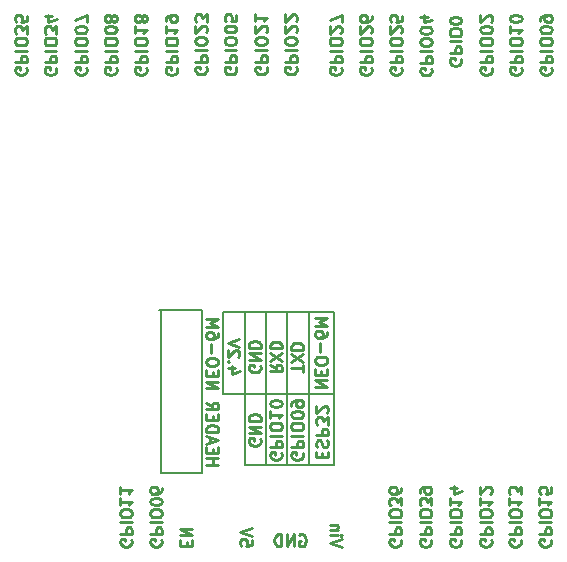
<source format=gbo>
G04 #@! TF.GenerationSoftware,KiCad,Pcbnew,no-vcs-found-23a23d3~58~ubuntu16.04.1*
G04 #@! TF.CreationDate,2017-03-20T15:48:47+07:00*
G04 #@! TF.ProjectId,esp32-cellular-shield,65737033322D63656C6C756C61722D73,rev?*
G04 #@! TF.FileFunction,Legend,Bot*
G04 #@! TF.FilePolarity,Positive*
%FSLAX46Y46*%
G04 Gerber Fmt 4.6, Leading zero omitted, Abs format (unit mm)*
G04 Created by KiCad (PCBNEW no-vcs-found-23a23d3~58~ubuntu16.04.1) date Mon Mar 20 15:48:47 2017*
%MOMM*%
%LPD*%
G01*
G04 APERTURE LIST*
%ADD10C,0.100000*%
%ADD11C,0.250000*%
%ADD12C,0.200000*%
G04 APERTURE END LIST*
D10*
D11*
X155197619Y-99923809D02*
X154197619Y-99590476D01*
X155197619Y-99257142D01*
X154197619Y-98923809D02*
X154864285Y-98923809D01*
X155197619Y-98923809D02*
X155150000Y-98971428D01*
X155102380Y-98923809D01*
X155150000Y-98876190D01*
X155197619Y-98923809D01*
X155102380Y-98923809D01*
X154864285Y-98447619D02*
X154197619Y-98447619D01*
X154769047Y-98447619D02*
X154816666Y-98400000D01*
X154864285Y-98304761D01*
X154864285Y-98161904D01*
X154816666Y-98066666D01*
X154721428Y-98019047D01*
X154197619Y-98019047D01*
X151611904Y-98900000D02*
X151707142Y-98852380D01*
X151850000Y-98852380D01*
X151992857Y-98900000D01*
X152088095Y-98995238D01*
X152135714Y-99090476D01*
X152183333Y-99280952D01*
X152183333Y-99423809D01*
X152135714Y-99614285D01*
X152088095Y-99709523D01*
X151992857Y-99804761D01*
X151850000Y-99852380D01*
X151754761Y-99852380D01*
X151611904Y-99804761D01*
X151564285Y-99757142D01*
X151564285Y-99423809D01*
X151754761Y-99423809D01*
X151135714Y-99852380D02*
X151135714Y-98852380D01*
X150564285Y-99852380D01*
X150564285Y-98852380D01*
X150088095Y-99852380D02*
X150088095Y-98852380D01*
X149850000Y-98852380D01*
X149707142Y-98900000D01*
X149611904Y-98995238D01*
X149564285Y-99090476D01*
X149516666Y-99280952D01*
X149516666Y-99423809D01*
X149564285Y-99614285D01*
X149611904Y-99709523D01*
X149707142Y-99804761D01*
X149850000Y-99852380D01*
X150088095Y-99852380D01*
X147597619Y-99290476D02*
X147597619Y-99766666D01*
X147121428Y-99814285D01*
X147169047Y-99766666D01*
X147216666Y-99671428D01*
X147216666Y-99433333D01*
X147169047Y-99338095D01*
X147121428Y-99290476D01*
X147026190Y-99242857D01*
X146788095Y-99242857D01*
X146692857Y-99290476D01*
X146645238Y-99338095D01*
X146597619Y-99433333D01*
X146597619Y-99671428D01*
X146645238Y-99766666D01*
X146692857Y-99814285D01*
X147597619Y-98957142D02*
X146597619Y-98623809D01*
X147597619Y-98290476D01*
X142071428Y-99838095D02*
X142071428Y-99504761D01*
X141547619Y-99361904D02*
X141547619Y-99838095D01*
X142547619Y-99838095D01*
X142547619Y-99361904D01*
X141547619Y-98933333D02*
X142547619Y-98933333D01*
X141547619Y-98361904D01*
X142547619Y-98361904D01*
X139950000Y-99302380D02*
X139997619Y-99397619D01*
X139997619Y-99540476D01*
X139950000Y-99683333D01*
X139854761Y-99778571D01*
X139759523Y-99826190D01*
X139569047Y-99873809D01*
X139426190Y-99873809D01*
X139235714Y-99826190D01*
X139140476Y-99778571D01*
X139045238Y-99683333D01*
X138997619Y-99540476D01*
X138997619Y-99445238D01*
X139045238Y-99302380D01*
X139092857Y-99254761D01*
X139426190Y-99254761D01*
X139426190Y-99445238D01*
X138997619Y-98826190D02*
X139997619Y-98826190D01*
X139997619Y-98445238D01*
X139950000Y-98350000D01*
X139902380Y-98302380D01*
X139807142Y-98254761D01*
X139664285Y-98254761D01*
X139569047Y-98302380D01*
X139521428Y-98350000D01*
X139473809Y-98445238D01*
X139473809Y-98826190D01*
X138997619Y-97826190D02*
X139997619Y-97826190D01*
X139997619Y-97159523D02*
X139997619Y-96969047D01*
X139950000Y-96873809D01*
X139854761Y-96778571D01*
X139664285Y-96730952D01*
X139330952Y-96730952D01*
X139140476Y-96778571D01*
X139045238Y-96873809D01*
X138997619Y-96969047D01*
X138997619Y-97159523D01*
X139045238Y-97254761D01*
X139140476Y-97350000D01*
X139330952Y-97397619D01*
X139664285Y-97397619D01*
X139854761Y-97350000D01*
X139950000Y-97254761D01*
X139997619Y-97159523D01*
X139997619Y-96111904D02*
X139997619Y-96016666D01*
X139950000Y-95921428D01*
X139902380Y-95873809D01*
X139807142Y-95826190D01*
X139616666Y-95778571D01*
X139378571Y-95778571D01*
X139188095Y-95826190D01*
X139092857Y-95873809D01*
X139045238Y-95921428D01*
X138997619Y-96016666D01*
X138997619Y-96111904D01*
X139045238Y-96207142D01*
X139092857Y-96254761D01*
X139188095Y-96302380D01*
X139378571Y-96350000D01*
X139616666Y-96350000D01*
X139807142Y-96302380D01*
X139902380Y-96254761D01*
X139950000Y-96207142D01*
X139997619Y-96111904D01*
X139997619Y-94921428D02*
X139997619Y-95111904D01*
X139950000Y-95207142D01*
X139902380Y-95254761D01*
X139759523Y-95350000D01*
X139569047Y-95397619D01*
X139188095Y-95397619D01*
X139092857Y-95350000D01*
X139045238Y-95302380D01*
X138997619Y-95207142D01*
X138997619Y-95016666D01*
X139045238Y-94921428D01*
X139092857Y-94873809D01*
X139188095Y-94826190D01*
X139426190Y-94826190D01*
X139521428Y-94873809D01*
X139569047Y-94921428D01*
X139616666Y-95016666D01*
X139616666Y-95207142D01*
X139569047Y-95302380D01*
X139521428Y-95350000D01*
X139426190Y-95397619D01*
X137400000Y-99302380D02*
X137447619Y-99397619D01*
X137447619Y-99540476D01*
X137400000Y-99683333D01*
X137304761Y-99778571D01*
X137209523Y-99826190D01*
X137019047Y-99873809D01*
X136876190Y-99873809D01*
X136685714Y-99826190D01*
X136590476Y-99778571D01*
X136495238Y-99683333D01*
X136447619Y-99540476D01*
X136447619Y-99445238D01*
X136495238Y-99302380D01*
X136542857Y-99254761D01*
X136876190Y-99254761D01*
X136876190Y-99445238D01*
X136447619Y-98826190D02*
X137447619Y-98826190D01*
X137447619Y-98445238D01*
X137400000Y-98350000D01*
X137352380Y-98302380D01*
X137257142Y-98254761D01*
X137114285Y-98254761D01*
X137019047Y-98302380D01*
X136971428Y-98350000D01*
X136923809Y-98445238D01*
X136923809Y-98826190D01*
X136447619Y-97826190D02*
X137447619Y-97826190D01*
X137447619Y-97159523D02*
X137447619Y-96969047D01*
X137400000Y-96873809D01*
X137304761Y-96778571D01*
X137114285Y-96730952D01*
X136780952Y-96730952D01*
X136590476Y-96778571D01*
X136495238Y-96873809D01*
X136447619Y-96969047D01*
X136447619Y-97159523D01*
X136495238Y-97254761D01*
X136590476Y-97350000D01*
X136780952Y-97397619D01*
X137114285Y-97397619D01*
X137304761Y-97350000D01*
X137400000Y-97254761D01*
X137447619Y-97159523D01*
X136447619Y-95778571D02*
X136447619Y-96350000D01*
X136447619Y-96064285D02*
X137447619Y-96064285D01*
X137304761Y-96159523D01*
X137209523Y-96254761D01*
X137161904Y-96350000D01*
X136447619Y-94826190D02*
X136447619Y-95397619D01*
X136447619Y-95111904D02*
X137447619Y-95111904D01*
X137304761Y-95207142D01*
X137209523Y-95302380D01*
X137161904Y-95397619D01*
X160200000Y-99302380D02*
X160247619Y-99397619D01*
X160247619Y-99540476D01*
X160200000Y-99683333D01*
X160104761Y-99778571D01*
X160009523Y-99826190D01*
X159819047Y-99873809D01*
X159676190Y-99873809D01*
X159485714Y-99826190D01*
X159390476Y-99778571D01*
X159295238Y-99683333D01*
X159247619Y-99540476D01*
X159247619Y-99445238D01*
X159295238Y-99302380D01*
X159342857Y-99254761D01*
X159676190Y-99254761D01*
X159676190Y-99445238D01*
X159247619Y-98826190D02*
X160247619Y-98826190D01*
X160247619Y-98445238D01*
X160200000Y-98350000D01*
X160152380Y-98302380D01*
X160057142Y-98254761D01*
X159914285Y-98254761D01*
X159819047Y-98302380D01*
X159771428Y-98350000D01*
X159723809Y-98445238D01*
X159723809Y-98826190D01*
X159247619Y-97826190D02*
X160247619Y-97826190D01*
X160247619Y-97159523D02*
X160247619Y-96969047D01*
X160200000Y-96873809D01*
X160104761Y-96778571D01*
X159914285Y-96730952D01*
X159580952Y-96730952D01*
X159390476Y-96778571D01*
X159295238Y-96873809D01*
X159247619Y-96969047D01*
X159247619Y-97159523D01*
X159295238Y-97254761D01*
X159390476Y-97350000D01*
X159580952Y-97397619D01*
X159914285Y-97397619D01*
X160104761Y-97350000D01*
X160200000Y-97254761D01*
X160247619Y-97159523D01*
X160247619Y-96397619D02*
X160247619Y-95778571D01*
X159866666Y-96111904D01*
X159866666Y-95969047D01*
X159819047Y-95873809D01*
X159771428Y-95826190D01*
X159676190Y-95778571D01*
X159438095Y-95778571D01*
X159342857Y-95826190D01*
X159295238Y-95873809D01*
X159247619Y-95969047D01*
X159247619Y-96254761D01*
X159295238Y-96350000D01*
X159342857Y-96397619D01*
X160247619Y-94921428D02*
X160247619Y-95111904D01*
X160200000Y-95207142D01*
X160152380Y-95254761D01*
X160009523Y-95350000D01*
X159819047Y-95397619D01*
X159438095Y-95397619D01*
X159342857Y-95350000D01*
X159295238Y-95302380D01*
X159247619Y-95207142D01*
X159247619Y-95016666D01*
X159295238Y-94921428D01*
X159342857Y-94873809D01*
X159438095Y-94826190D01*
X159676190Y-94826190D01*
X159771428Y-94873809D01*
X159819047Y-94921428D01*
X159866666Y-95016666D01*
X159866666Y-95207142D01*
X159819047Y-95302380D01*
X159771428Y-95350000D01*
X159676190Y-95397619D01*
X162750000Y-99302380D02*
X162797619Y-99397619D01*
X162797619Y-99540476D01*
X162750000Y-99683333D01*
X162654761Y-99778571D01*
X162559523Y-99826190D01*
X162369047Y-99873809D01*
X162226190Y-99873809D01*
X162035714Y-99826190D01*
X161940476Y-99778571D01*
X161845238Y-99683333D01*
X161797619Y-99540476D01*
X161797619Y-99445238D01*
X161845238Y-99302380D01*
X161892857Y-99254761D01*
X162226190Y-99254761D01*
X162226190Y-99445238D01*
X161797619Y-98826190D02*
X162797619Y-98826190D01*
X162797619Y-98445238D01*
X162750000Y-98350000D01*
X162702380Y-98302380D01*
X162607142Y-98254761D01*
X162464285Y-98254761D01*
X162369047Y-98302380D01*
X162321428Y-98350000D01*
X162273809Y-98445238D01*
X162273809Y-98826190D01*
X161797619Y-97826190D02*
X162797619Y-97826190D01*
X162797619Y-97159523D02*
X162797619Y-96969047D01*
X162750000Y-96873809D01*
X162654761Y-96778571D01*
X162464285Y-96730952D01*
X162130952Y-96730952D01*
X161940476Y-96778571D01*
X161845238Y-96873809D01*
X161797619Y-96969047D01*
X161797619Y-97159523D01*
X161845238Y-97254761D01*
X161940476Y-97350000D01*
X162130952Y-97397619D01*
X162464285Y-97397619D01*
X162654761Y-97350000D01*
X162750000Y-97254761D01*
X162797619Y-97159523D01*
X162797619Y-96397619D02*
X162797619Y-95778571D01*
X162416666Y-96111904D01*
X162416666Y-95969047D01*
X162369047Y-95873809D01*
X162321428Y-95826190D01*
X162226190Y-95778571D01*
X161988095Y-95778571D01*
X161892857Y-95826190D01*
X161845238Y-95873809D01*
X161797619Y-95969047D01*
X161797619Y-96254761D01*
X161845238Y-96350000D01*
X161892857Y-96397619D01*
X161797619Y-95302380D02*
X161797619Y-95111904D01*
X161845238Y-95016666D01*
X161892857Y-94969047D01*
X162035714Y-94873809D01*
X162226190Y-94826190D01*
X162607142Y-94826190D01*
X162702380Y-94873809D01*
X162750000Y-94921428D01*
X162797619Y-95016666D01*
X162797619Y-95207142D01*
X162750000Y-95302380D01*
X162702380Y-95350000D01*
X162607142Y-95397619D01*
X162369047Y-95397619D01*
X162273809Y-95350000D01*
X162226190Y-95302380D01*
X162178571Y-95207142D01*
X162178571Y-95016666D01*
X162226190Y-94921428D01*
X162273809Y-94873809D01*
X162369047Y-94826190D01*
X165300000Y-99302380D02*
X165347619Y-99397619D01*
X165347619Y-99540476D01*
X165300000Y-99683333D01*
X165204761Y-99778571D01*
X165109523Y-99826190D01*
X164919047Y-99873809D01*
X164776190Y-99873809D01*
X164585714Y-99826190D01*
X164490476Y-99778571D01*
X164395238Y-99683333D01*
X164347619Y-99540476D01*
X164347619Y-99445238D01*
X164395238Y-99302380D01*
X164442857Y-99254761D01*
X164776190Y-99254761D01*
X164776190Y-99445238D01*
X164347619Y-98826190D02*
X165347619Y-98826190D01*
X165347619Y-98445238D01*
X165300000Y-98350000D01*
X165252380Y-98302380D01*
X165157142Y-98254761D01*
X165014285Y-98254761D01*
X164919047Y-98302380D01*
X164871428Y-98350000D01*
X164823809Y-98445238D01*
X164823809Y-98826190D01*
X164347619Y-97826190D02*
X165347619Y-97826190D01*
X165347619Y-97159523D02*
X165347619Y-96969047D01*
X165300000Y-96873809D01*
X165204761Y-96778571D01*
X165014285Y-96730952D01*
X164680952Y-96730952D01*
X164490476Y-96778571D01*
X164395238Y-96873809D01*
X164347619Y-96969047D01*
X164347619Y-97159523D01*
X164395238Y-97254761D01*
X164490476Y-97350000D01*
X164680952Y-97397619D01*
X165014285Y-97397619D01*
X165204761Y-97350000D01*
X165300000Y-97254761D01*
X165347619Y-97159523D01*
X164347619Y-95778571D02*
X164347619Y-96350000D01*
X164347619Y-96064285D02*
X165347619Y-96064285D01*
X165204761Y-96159523D01*
X165109523Y-96254761D01*
X165061904Y-96350000D01*
X165014285Y-94921428D02*
X164347619Y-94921428D01*
X165395238Y-95159523D02*
X164680952Y-95397619D01*
X164680952Y-94778571D01*
X167850000Y-99302380D02*
X167897619Y-99397619D01*
X167897619Y-99540476D01*
X167850000Y-99683333D01*
X167754761Y-99778571D01*
X167659523Y-99826190D01*
X167469047Y-99873809D01*
X167326190Y-99873809D01*
X167135714Y-99826190D01*
X167040476Y-99778571D01*
X166945238Y-99683333D01*
X166897619Y-99540476D01*
X166897619Y-99445238D01*
X166945238Y-99302380D01*
X166992857Y-99254761D01*
X167326190Y-99254761D01*
X167326190Y-99445238D01*
X166897619Y-98826190D02*
X167897619Y-98826190D01*
X167897619Y-98445238D01*
X167850000Y-98350000D01*
X167802380Y-98302380D01*
X167707142Y-98254761D01*
X167564285Y-98254761D01*
X167469047Y-98302380D01*
X167421428Y-98350000D01*
X167373809Y-98445238D01*
X167373809Y-98826190D01*
X166897619Y-97826190D02*
X167897619Y-97826190D01*
X167897619Y-97159523D02*
X167897619Y-96969047D01*
X167850000Y-96873809D01*
X167754761Y-96778571D01*
X167564285Y-96730952D01*
X167230952Y-96730952D01*
X167040476Y-96778571D01*
X166945238Y-96873809D01*
X166897619Y-96969047D01*
X166897619Y-97159523D01*
X166945238Y-97254761D01*
X167040476Y-97350000D01*
X167230952Y-97397619D01*
X167564285Y-97397619D01*
X167754761Y-97350000D01*
X167850000Y-97254761D01*
X167897619Y-97159523D01*
X166897619Y-95778571D02*
X166897619Y-96350000D01*
X166897619Y-96064285D02*
X167897619Y-96064285D01*
X167754761Y-96159523D01*
X167659523Y-96254761D01*
X167611904Y-96350000D01*
X167802380Y-95397619D02*
X167850000Y-95350000D01*
X167897619Y-95254761D01*
X167897619Y-95016666D01*
X167850000Y-94921428D01*
X167802380Y-94873809D01*
X167707142Y-94826190D01*
X167611904Y-94826190D01*
X167469047Y-94873809D01*
X166897619Y-95445238D01*
X166897619Y-94826190D01*
X170350000Y-99302380D02*
X170397619Y-99397619D01*
X170397619Y-99540476D01*
X170350000Y-99683333D01*
X170254761Y-99778571D01*
X170159523Y-99826190D01*
X169969047Y-99873809D01*
X169826190Y-99873809D01*
X169635714Y-99826190D01*
X169540476Y-99778571D01*
X169445238Y-99683333D01*
X169397619Y-99540476D01*
X169397619Y-99445238D01*
X169445238Y-99302380D01*
X169492857Y-99254761D01*
X169826190Y-99254761D01*
X169826190Y-99445238D01*
X169397619Y-98826190D02*
X170397619Y-98826190D01*
X170397619Y-98445238D01*
X170350000Y-98350000D01*
X170302380Y-98302380D01*
X170207142Y-98254761D01*
X170064285Y-98254761D01*
X169969047Y-98302380D01*
X169921428Y-98350000D01*
X169873809Y-98445238D01*
X169873809Y-98826190D01*
X169397619Y-97826190D02*
X170397619Y-97826190D01*
X170397619Y-97159523D02*
X170397619Y-96969047D01*
X170350000Y-96873809D01*
X170254761Y-96778571D01*
X170064285Y-96730952D01*
X169730952Y-96730952D01*
X169540476Y-96778571D01*
X169445238Y-96873809D01*
X169397619Y-96969047D01*
X169397619Y-97159523D01*
X169445238Y-97254761D01*
X169540476Y-97350000D01*
X169730952Y-97397619D01*
X170064285Y-97397619D01*
X170254761Y-97350000D01*
X170350000Y-97254761D01*
X170397619Y-97159523D01*
X169397619Y-95778571D02*
X169397619Y-96350000D01*
X169397619Y-96064285D02*
X170397619Y-96064285D01*
X170254761Y-96159523D01*
X170159523Y-96254761D01*
X170111904Y-96350000D01*
X170397619Y-95445238D02*
X170397619Y-94826190D01*
X170016666Y-95159523D01*
X170016666Y-95016666D01*
X169969047Y-94921428D01*
X169921428Y-94873809D01*
X169826190Y-94826190D01*
X169588095Y-94826190D01*
X169492857Y-94873809D01*
X169445238Y-94921428D01*
X169397619Y-95016666D01*
X169397619Y-95302380D01*
X169445238Y-95397619D01*
X169492857Y-95445238D01*
X172900000Y-99302380D02*
X172947619Y-99397619D01*
X172947619Y-99540476D01*
X172900000Y-99683333D01*
X172804761Y-99778571D01*
X172709523Y-99826190D01*
X172519047Y-99873809D01*
X172376190Y-99873809D01*
X172185714Y-99826190D01*
X172090476Y-99778571D01*
X171995238Y-99683333D01*
X171947619Y-99540476D01*
X171947619Y-99445238D01*
X171995238Y-99302380D01*
X172042857Y-99254761D01*
X172376190Y-99254761D01*
X172376190Y-99445238D01*
X171947619Y-98826190D02*
X172947619Y-98826190D01*
X172947619Y-98445238D01*
X172900000Y-98350000D01*
X172852380Y-98302380D01*
X172757142Y-98254761D01*
X172614285Y-98254761D01*
X172519047Y-98302380D01*
X172471428Y-98350000D01*
X172423809Y-98445238D01*
X172423809Y-98826190D01*
X171947619Y-97826190D02*
X172947619Y-97826190D01*
X172947619Y-97159523D02*
X172947619Y-96969047D01*
X172900000Y-96873809D01*
X172804761Y-96778571D01*
X172614285Y-96730952D01*
X172280952Y-96730952D01*
X172090476Y-96778571D01*
X171995238Y-96873809D01*
X171947619Y-96969047D01*
X171947619Y-97159523D01*
X171995238Y-97254761D01*
X172090476Y-97350000D01*
X172280952Y-97397619D01*
X172614285Y-97397619D01*
X172804761Y-97350000D01*
X172900000Y-97254761D01*
X172947619Y-97159523D01*
X171947619Y-95778571D02*
X171947619Y-96350000D01*
X171947619Y-96064285D02*
X172947619Y-96064285D01*
X172804761Y-96159523D01*
X172709523Y-96254761D01*
X172661904Y-96350000D01*
X172947619Y-94873809D02*
X172947619Y-95350000D01*
X172471428Y-95397619D01*
X172519047Y-95350000D01*
X172566666Y-95254761D01*
X172566666Y-95016666D01*
X172519047Y-94921428D01*
X172471428Y-94873809D01*
X172376190Y-94826190D01*
X172138095Y-94826190D01*
X172042857Y-94873809D01*
X171995238Y-94921428D01*
X171947619Y-95016666D01*
X171947619Y-95254761D01*
X171995238Y-95350000D01*
X172042857Y-95397619D01*
X128500000Y-59352380D02*
X128547619Y-59447619D01*
X128547619Y-59590476D01*
X128500000Y-59733333D01*
X128404761Y-59828571D01*
X128309523Y-59876190D01*
X128119047Y-59923809D01*
X127976190Y-59923809D01*
X127785714Y-59876190D01*
X127690476Y-59828571D01*
X127595238Y-59733333D01*
X127547619Y-59590476D01*
X127547619Y-59495238D01*
X127595238Y-59352380D01*
X127642857Y-59304761D01*
X127976190Y-59304761D01*
X127976190Y-59495238D01*
X127547619Y-58876190D02*
X128547619Y-58876190D01*
X128547619Y-58495238D01*
X128500000Y-58400000D01*
X128452380Y-58352380D01*
X128357142Y-58304761D01*
X128214285Y-58304761D01*
X128119047Y-58352380D01*
X128071428Y-58400000D01*
X128023809Y-58495238D01*
X128023809Y-58876190D01*
X127547619Y-57876190D02*
X128547619Y-57876190D01*
X128547619Y-57209523D02*
X128547619Y-57019047D01*
X128500000Y-56923809D01*
X128404761Y-56828571D01*
X128214285Y-56780952D01*
X127880952Y-56780952D01*
X127690476Y-56828571D01*
X127595238Y-56923809D01*
X127547619Y-57019047D01*
X127547619Y-57209523D01*
X127595238Y-57304761D01*
X127690476Y-57400000D01*
X127880952Y-57447619D01*
X128214285Y-57447619D01*
X128404761Y-57400000D01*
X128500000Y-57304761D01*
X128547619Y-57209523D01*
X128547619Y-56447619D02*
X128547619Y-55828571D01*
X128166666Y-56161904D01*
X128166666Y-56019047D01*
X128119047Y-55923809D01*
X128071428Y-55876190D01*
X127976190Y-55828571D01*
X127738095Y-55828571D01*
X127642857Y-55876190D01*
X127595238Y-55923809D01*
X127547619Y-56019047D01*
X127547619Y-56304761D01*
X127595238Y-56400000D01*
X127642857Y-56447619D01*
X128547619Y-54923809D02*
X128547619Y-55400000D01*
X128071428Y-55447619D01*
X128119047Y-55400000D01*
X128166666Y-55304761D01*
X128166666Y-55066666D01*
X128119047Y-54971428D01*
X128071428Y-54923809D01*
X127976190Y-54876190D01*
X127738095Y-54876190D01*
X127642857Y-54923809D01*
X127595238Y-54971428D01*
X127547619Y-55066666D01*
X127547619Y-55304761D01*
X127595238Y-55400000D01*
X127642857Y-55447619D01*
X131000000Y-59352380D02*
X131047619Y-59447619D01*
X131047619Y-59590476D01*
X131000000Y-59733333D01*
X130904761Y-59828571D01*
X130809523Y-59876190D01*
X130619047Y-59923809D01*
X130476190Y-59923809D01*
X130285714Y-59876190D01*
X130190476Y-59828571D01*
X130095238Y-59733333D01*
X130047619Y-59590476D01*
X130047619Y-59495238D01*
X130095238Y-59352380D01*
X130142857Y-59304761D01*
X130476190Y-59304761D01*
X130476190Y-59495238D01*
X130047619Y-58876190D02*
X131047619Y-58876190D01*
X131047619Y-58495238D01*
X131000000Y-58400000D01*
X130952380Y-58352380D01*
X130857142Y-58304761D01*
X130714285Y-58304761D01*
X130619047Y-58352380D01*
X130571428Y-58400000D01*
X130523809Y-58495238D01*
X130523809Y-58876190D01*
X130047619Y-57876190D02*
X131047619Y-57876190D01*
X131047619Y-57209523D02*
X131047619Y-57019047D01*
X131000000Y-56923809D01*
X130904761Y-56828571D01*
X130714285Y-56780952D01*
X130380952Y-56780952D01*
X130190476Y-56828571D01*
X130095238Y-56923809D01*
X130047619Y-57019047D01*
X130047619Y-57209523D01*
X130095238Y-57304761D01*
X130190476Y-57400000D01*
X130380952Y-57447619D01*
X130714285Y-57447619D01*
X130904761Y-57400000D01*
X131000000Y-57304761D01*
X131047619Y-57209523D01*
X131047619Y-56447619D02*
X131047619Y-55828571D01*
X130666666Y-56161904D01*
X130666666Y-56019047D01*
X130619047Y-55923809D01*
X130571428Y-55876190D01*
X130476190Y-55828571D01*
X130238095Y-55828571D01*
X130142857Y-55876190D01*
X130095238Y-55923809D01*
X130047619Y-56019047D01*
X130047619Y-56304761D01*
X130095238Y-56400000D01*
X130142857Y-56447619D01*
X130714285Y-54971428D02*
X130047619Y-54971428D01*
X131095238Y-55209523D02*
X130380952Y-55447619D01*
X130380952Y-54828571D01*
X133600000Y-59352380D02*
X133647619Y-59447619D01*
X133647619Y-59590476D01*
X133600000Y-59733333D01*
X133504761Y-59828571D01*
X133409523Y-59876190D01*
X133219047Y-59923809D01*
X133076190Y-59923809D01*
X132885714Y-59876190D01*
X132790476Y-59828571D01*
X132695238Y-59733333D01*
X132647619Y-59590476D01*
X132647619Y-59495238D01*
X132695238Y-59352380D01*
X132742857Y-59304761D01*
X133076190Y-59304761D01*
X133076190Y-59495238D01*
X132647619Y-58876190D02*
X133647619Y-58876190D01*
X133647619Y-58495238D01*
X133600000Y-58400000D01*
X133552380Y-58352380D01*
X133457142Y-58304761D01*
X133314285Y-58304761D01*
X133219047Y-58352380D01*
X133171428Y-58400000D01*
X133123809Y-58495238D01*
X133123809Y-58876190D01*
X132647619Y-57876190D02*
X133647619Y-57876190D01*
X133647619Y-57209523D02*
X133647619Y-57019047D01*
X133600000Y-56923809D01*
X133504761Y-56828571D01*
X133314285Y-56780952D01*
X132980952Y-56780952D01*
X132790476Y-56828571D01*
X132695238Y-56923809D01*
X132647619Y-57019047D01*
X132647619Y-57209523D01*
X132695238Y-57304761D01*
X132790476Y-57400000D01*
X132980952Y-57447619D01*
X133314285Y-57447619D01*
X133504761Y-57400000D01*
X133600000Y-57304761D01*
X133647619Y-57209523D01*
X133647619Y-56161904D02*
X133647619Y-56066666D01*
X133600000Y-55971428D01*
X133552380Y-55923809D01*
X133457142Y-55876190D01*
X133266666Y-55828571D01*
X133028571Y-55828571D01*
X132838095Y-55876190D01*
X132742857Y-55923809D01*
X132695238Y-55971428D01*
X132647619Y-56066666D01*
X132647619Y-56161904D01*
X132695238Y-56257142D01*
X132742857Y-56304761D01*
X132838095Y-56352380D01*
X133028571Y-56400000D01*
X133266666Y-56400000D01*
X133457142Y-56352380D01*
X133552380Y-56304761D01*
X133600000Y-56257142D01*
X133647619Y-56161904D01*
X133647619Y-55495238D02*
X133647619Y-54828571D01*
X132647619Y-55257142D01*
X136100000Y-59352380D02*
X136147619Y-59447619D01*
X136147619Y-59590476D01*
X136100000Y-59733333D01*
X136004761Y-59828571D01*
X135909523Y-59876190D01*
X135719047Y-59923809D01*
X135576190Y-59923809D01*
X135385714Y-59876190D01*
X135290476Y-59828571D01*
X135195238Y-59733333D01*
X135147619Y-59590476D01*
X135147619Y-59495238D01*
X135195238Y-59352380D01*
X135242857Y-59304761D01*
X135576190Y-59304761D01*
X135576190Y-59495238D01*
X135147619Y-58876190D02*
X136147619Y-58876190D01*
X136147619Y-58495238D01*
X136100000Y-58400000D01*
X136052380Y-58352380D01*
X135957142Y-58304761D01*
X135814285Y-58304761D01*
X135719047Y-58352380D01*
X135671428Y-58400000D01*
X135623809Y-58495238D01*
X135623809Y-58876190D01*
X135147619Y-57876190D02*
X136147619Y-57876190D01*
X136147619Y-57209523D02*
X136147619Y-57019047D01*
X136100000Y-56923809D01*
X136004761Y-56828571D01*
X135814285Y-56780952D01*
X135480952Y-56780952D01*
X135290476Y-56828571D01*
X135195238Y-56923809D01*
X135147619Y-57019047D01*
X135147619Y-57209523D01*
X135195238Y-57304761D01*
X135290476Y-57400000D01*
X135480952Y-57447619D01*
X135814285Y-57447619D01*
X136004761Y-57400000D01*
X136100000Y-57304761D01*
X136147619Y-57209523D01*
X136147619Y-56161904D02*
X136147619Y-56066666D01*
X136100000Y-55971428D01*
X136052380Y-55923809D01*
X135957142Y-55876190D01*
X135766666Y-55828571D01*
X135528571Y-55828571D01*
X135338095Y-55876190D01*
X135242857Y-55923809D01*
X135195238Y-55971428D01*
X135147619Y-56066666D01*
X135147619Y-56161904D01*
X135195238Y-56257142D01*
X135242857Y-56304761D01*
X135338095Y-56352380D01*
X135528571Y-56400000D01*
X135766666Y-56400000D01*
X135957142Y-56352380D01*
X136052380Y-56304761D01*
X136100000Y-56257142D01*
X136147619Y-56161904D01*
X135719047Y-55257142D02*
X135766666Y-55352380D01*
X135814285Y-55400000D01*
X135909523Y-55447619D01*
X135957142Y-55447619D01*
X136052380Y-55400000D01*
X136100000Y-55352380D01*
X136147619Y-55257142D01*
X136147619Y-55066666D01*
X136100000Y-54971428D01*
X136052380Y-54923809D01*
X135957142Y-54876190D01*
X135909523Y-54876190D01*
X135814285Y-54923809D01*
X135766666Y-54971428D01*
X135719047Y-55066666D01*
X135719047Y-55257142D01*
X135671428Y-55352380D01*
X135623809Y-55400000D01*
X135528571Y-55447619D01*
X135338095Y-55447619D01*
X135242857Y-55400000D01*
X135195238Y-55352380D01*
X135147619Y-55257142D01*
X135147619Y-55066666D01*
X135195238Y-54971428D01*
X135242857Y-54923809D01*
X135338095Y-54876190D01*
X135528571Y-54876190D01*
X135623809Y-54923809D01*
X135671428Y-54971428D01*
X135719047Y-55066666D01*
X138650000Y-59352380D02*
X138697619Y-59447619D01*
X138697619Y-59590476D01*
X138650000Y-59733333D01*
X138554761Y-59828571D01*
X138459523Y-59876190D01*
X138269047Y-59923809D01*
X138126190Y-59923809D01*
X137935714Y-59876190D01*
X137840476Y-59828571D01*
X137745238Y-59733333D01*
X137697619Y-59590476D01*
X137697619Y-59495238D01*
X137745238Y-59352380D01*
X137792857Y-59304761D01*
X138126190Y-59304761D01*
X138126190Y-59495238D01*
X137697619Y-58876190D02*
X138697619Y-58876190D01*
X138697619Y-58495238D01*
X138650000Y-58400000D01*
X138602380Y-58352380D01*
X138507142Y-58304761D01*
X138364285Y-58304761D01*
X138269047Y-58352380D01*
X138221428Y-58400000D01*
X138173809Y-58495238D01*
X138173809Y-58876190D01*
X137697619Y-57876190D02*
X138697619Y-57876190D01*
X138697619Y-57209523D02*
X138697619Y-57019047D01*
X138650000Y-56923809D01*
X138554761Y-56828571D01*
X138364285Y-56780952D01*
X138030952Y-56780952D01*
X137840476Y-56828571D01*
X137745238Y-56923809D01*
X137697619Y-57019047D01*
X137697619Y-57209523D01*
X137745238Y-57304761D01*
X137840476Y-57400000D01*
X138030952Y-57447619D01*
X138364285Y-57447619D01*
X138554761Y-57400000D01*
X138650000Y-57304761D01*
X138697619Y-57209523D01*
X137697619Y-55828571D02*
X137697619Y-56400000D01*
X137697619Y-56114285D02*
X138697619Y-56114285D01*
X138554761Y-56209523D01*
X138459523Y-56304761D01*
X138411904Y-56400000D01*
X138269047Y-55257142D02*
X138316666Y-55352380D01*
X138364285Y-55400000D01*
X138459523Y-55447619D01*
X138507142Y-55447619D01*
X138602380Y-55400000D01*
X138650000Y-55352380D01*
X138697619Y-55257142D01*
X138697619Y-55066666D01*
X138650000Y-54971428D01*
X138602380Y-54923809D01*
X138507142Y-54876190D01*
X138459523Y-54876190D01*
X138364285Y-54923809D01*
X138316666Y-54971428D01*
X138269047Y-55066666D01*
X138269047Y-55257142D01*
X138221428Y-55352380D01*
X138173809Y-55400000D01*
X138078571Y-55447619D01*
X137888095Y-55447619D01*
X137792857Y-55400000D01*
X137745238Y-55352380D01*
X137697619Y-55257142D01*
X137697619Y-55066666D01*
X137745238Y-54971428D01*
X137792857Y-54923809D01*
X137888095Y-54876190D01*
X138078571Y-54876190D01*
X138173809Y-54923809D01*
X138221428Y-54971428D01*
X138269047Y-55066666D01*
X141250000Y-59352380D02*
X141297619Y-59447619D01*
X141297619Y-59590476D01*
X141250000Y-59733333D01*
X141154761Y-59828571D01*
X141059523Y-59876190D01*
X140869047Y-59923809D01*
X140726190Y-59923809D01*
X140535714Y-59876190D01*
X140440476Y-59828571D01*
X140345238Y-59733333D01*
X140297619Y-59590476D01*
X140297619Y-59495238D01*
X140345238Y-59352380D01*
X140392857Y-59304761D01*
X140726190Y-59304761D01*
X140726190Y-59495238D01*
X140297619Y-58876190D02*
X141297619Y-58876190D01*
X141297619Y-58495238D01*
X141250000Y-58400000D01*
X141202380Y-58352380D01*
X141107142Y-58304761D01*
X140964285Y-58304761D01*
X140869047Y-58352380D01*
X140821428Y-58400000D01*
X140773809Y-58495238D01*
X140773809Y-58876190D01*
X140297619Y-57876190D02*
X141297619Y-57876190D01*
X141297619Y-57209523D02*
X141297619Y-57019047D01*
X141250000Y-56923809D01*
X141154761Y-56828571D01*
X140964285Y-56780952D01*
X140630952Y-56780952D01*
X140440476Y-56828571D01*
X140345238Y-56923809D01*
X140297619Y-57019047D01*
X140297619Y-57209523D01*
X140345238Y-57304761D01*
X140440476Y-57400000D01*
X140630952Y-57447619D01*
X140964285Y-57447619D01*
X141154761Y-57400000D01*
X141250000Y-57304761D01*
X141297619Y-57209523D01*
X140297619Y-55828571D02*
X140297619Y-56400000D01*
X140297619Y-56114285D02*
X141297619Y-56114285D01*
X141154761Y-56209523D01*
X141059523Y-56304761D01*
X141011904Y-56400000D01*
X140297619Y-55352380D02*
X140297619Y-55161904D01*
X140345238Y-55066666D01*
X140392857Y-55019047D01*
X140535714Y-54923809D01*
X140726190Y-54876190D01*
X141107142Y-54876190D01*
X141202380Y-54923809D01*
X141250000Y-54971428D01*
X141297619Y-55066666D01*
X141297619Y-55257142D01*
X141250000Y-55352380D01*
X141202380Y-55400000D01*
X141107142Y-55447619D01*
X140869047Y-55447619D01*
X140773809Y-55400000D01*
X140726190Y-55352380D01*
X140678571Y-55257142D01*
X140678571Y-55066666D01*
X140726190Y-54971428D01*
X140773809Y-54923809D01*
X140869047Y-54876190D01*
X143750000Y-59302380D02*
X143797619Y-59397619D01*
X143797619Y-59540476D01*
X143750000Y-59683333D01*
X143654761Y-59778571D01*
X143559523Y-59826190D01*
X143369047Y-59873809D01*
X143226190Y-59873809D01*
X143035714Y-59826190D01*
X142940476Y-59778571D01*
X142845238Y-59683333D01*
X142797619Y-59540476D01*
X142797619Y-59445238D01*
X142845238Y-59302380D01*
X142892857Y-59254761D01*
X143226190Y-59254761D01*
X143226190Y-59445238D01*
X142797619Y-58826190D02*
X143797619Y-58826190D01*
X143797619Y-58445238D01*
X143750000Y-58350000D01*
X143702380Y-58302380D01*
X143607142Y-58254761D01*
X143464285Y-58254761D01*
X143369047Y-58302380D01*
X143321428Y-58350000D01*
X143273809Y-58445238D01*
X143273809Y-58826190D01*
X142797619Y-57826190D02*
X143797619Y-57826190D01*
X143797619Y-57159523D02*
X143797619Y-56969047D01*
X143750000Y-56873809D01*
X143654761Y-56778571D01*
X143464285Y-56730952D01*
X143130952Y-56730952D01*
X142940476Y-56778571D01*
X142845238Y-56873809D01*
X142797619Y-56969047D01*
X142797619Y-57159523D01*
X142845238Y-57254761D01*
X142940476Y-57350000D01*
X143130952Y-57397619D01*
X143464285Y-57397619D01*
X143654761Y-57350000D01*
X143750000Y-57254761D01*
X143797619Y-57159523D01*
X143702380Y-56350000D02*
X143750000Y-56302380D01*
X143797619Y-56207142D01*
X143797619Y-55969047D01*
X143750000Y-55873809D01*
X143702380Y-55826190D01*
X143607142Y-55778571D01*
X143511904Y-55778571D01*
X143369047Y-55826190D01*
X142797619Y-56397619D01*
X142797619Y-55778571D01*
X143797619Y-55445238D02*
X143797619Y-54826190D01*
X143416666Y-55159523D01*
X143416666Y-55016666D01*
X143369047Y-54921428D01*
X143321428Y-54873809D01*
X143226190Y-54826190D01*
X142988095Y-54826190D01*
X142892857Y-54873809D01*
X142845238Y-54921428D01*
X142797619Y-55016666D01*
X142797619Y-55302380D01*
X142845238Y-55397619D01*
X142892857Y-55445238D01*
X146250000Y-59302380D02*
X146297619Y-59397619D01*
X146297619Y-59540476D01*
X146250000Y-59683333D01*
X146154761Y-59778571D01*
X146059523Y-59826190D01*
X145869047Y-59873809D01*
X145726190Y-59873809D01*
X145535714Y-59826190D01*
X145440476Y-59778571D01*
X145345238Y-59683333D01*
X145297619Y-59540476D01*
X145297619Y-59445238D01*
X145345238Y-59302380D01*
X145392857Y-59254761D01*
X145726190Y-59254761D01*
X145726190Y-59445238D01*
X145297619Y-58826190D02*
X146297619Y-58826190D01*
X146297619Y-58445238D01*
X146250000Y-58350000D01*
X146202380Y-58302380D01*
X146107142Y-58254761D01*
X145964285Y-58254761D01*
X145869047Y-58302380D01*
X145821428Y-58350000D01*
X145773809Y-58445238D01*
X145773809Y-58826190D01*
X145297619Y-57826190D02*
X146297619Y-57826190D01*
X146297619Y-57159523D02*
X146297619Y-56969047D01*
X146250000Y-56873809D01*
X146154761Y-56778571D01*
X145964285Y-56730952D01*
X145630952Y-56730952D01*
X145440476Y-56778571D01*
X145345238Y-56873809D01*
X145297619Y-56969047D01*
X145297619Y-57159523D01*
X145345238Y-57254761D01*
X145440476Y-57350000D01*
X145630952Y-57397619D01*
X145964285Y-57397619D01*
X146154761Y-57350000D01*
X146250000Y-57254761D01*
X146297619Y-57159523D01*
X146297619Y-56111904D02*
X146297619Y-56016666D01*
X146250000Y-55921428D01*
X146202380Y-55873809D01*
X146107142Y-55826190D01*
X145916666Y-55778571D01*
X145678571Y-55778571D01*
X145488095Y-55826190D01*
X145392857Y-55873809D01*
X145345238Y-55921428D01*
X145297619Y-56016666D01*
X145297619Y-56111904D01*
X145345238Y-56207142D01*
X145392857Y-56254761D01*
X145488095Y-56302380D01*
X145678571Y-56350000D01*
X145916666Y-56350000D01*
X146107142Y-56302380D01*
X146202380Y-56254761D01*
X146250000Y-56207142D01*
X146297619Y-56111904D01*
X146297619Y-54873809D02*
X146297619Y-55350000D01*
X145821428Y-55397619D01*
X145869047Y-55350000D01*
X145916666Y-55254761D01*
X145916666Y-55016666D01*
X145869047Y-54921428D01*
X145821428Y-54873809D01*
X145726190Y-54826190D01*
X145488095Y-54826190D01*
X145392857Y-54873809D01*
X145345238Y-54921428D01*
X145297619Y-55016666D01*
X145297619Y-55254761D01*
X145345238Y-55350000D01*
X145392857Y-55397619D01*
X148850000Y-59302380D02*
X148897619Y-59397619D01*
X148897619Y-59540476D01*
X148850000Y-59683333D01*
X148754761Y-59778571D01*
X148659523Y-59826190D01*
X148469047Y-59873809D01*
X148326190Y-59873809D01*
X148135714Y-59826190D01*
X148040476Y-59778571D01*
X147945238Y-59683333D01*
X147897619Y-59540476D01*
X147897619Y-59445238D01*
X147945238Y-59302380D01*
X147992857Y-59254761D01*
X148326190Y-59254761D01*
X148326190Y-59445238D01*
X147897619Y-58826190D02*
X148897619Y-58826190D01*
X148897619Y-58445238D01*
X148850000Y-58350000D01*
X148802380Y-58302380D01*
X148707142Y-58254761D01*
X148564285Y-58254761D01*
X148469047Y-58302380D01*
X148421428Y-58350000D01*
X148373809Y-58445238D01*
X148373809Y-58826190D01*
X147897619Y-57826190D02*
X148897619Y-57826190D01*
X148897619Y-57159523D02*
X148897619Y-56969047D01*
X148850000Y-56873809D01*
X148754761Y-56778571D01*
X148564285Y-56730952D01*
X148230952Y-56730952D01*
X148040476Y-56778571D01*
X147945238Y-56873809D01*
X147897619Y-56969047D01*
X147897619Y-57159523D01*
X147945238Y-57254761D01*
X148040476Y-57350000D01*
X148230952Y-57397619D01*
X148564285Y-57397619D01*
X148754761Y-57350000D01*
X148850000Y-57254761D01*
X148897619Y-57159523D01*
X148802380Y-56350000D02*
X148850000Y-56302380D01*
X148897619Y-56207142D01*
X148897619Y-55969047D01*
X148850000Y-55873809D01*
X148802380Y-55826190D01*
X148707142Y-55778571D01*
X148611904Y-55778571D01*
X148469047Y-55826190D01*
X147897619Y-56397619D01*
X147897619Y-55778571D01*
X147897619Y-54826190D02*
X147897619Y-55397619D01*
X147897619Y-55111904D02*
X148897619Y-55111904D01*
X148754761Y-55207142D01*
X148659523Y-55302380D01*
X148611904Y-55397619D01*
X151350000Y-59302380D02*
X151397619Y-59397619D01*
X151397619Y-59540476D01*
X151350000Y-59683333D01*
X151254761Y-59778571D01*
X151159523Y-59826190D01*
X150969047Y-59873809D01*
X150826190Y-59873809D01*
X150635714Y-59826190D01*
X150540476Y-59778571D01*
X150445238Y-59683333D01*
X150397619Y-59540476D01*
X150397619Y-59445238D01*
X150445238Y-59302380D01*
X150492857Y-59254761D01*
X150826190Y-59254761D01*
X150826190Y-59445238D01*
X150397619Y-58826190D02*
X151397619Y-58826190D01*
X151397619Y-58445238D01*
X151350000Y-58350000D01*
X151302380Y-58302380D01*
X151207142Y-58254761D01*
X151064285Y-58254761D01*
X150969047Y-58302380D01*
X150921428Y-58350000D01*
X150873809Y-58445238D01*
X150873809Y-58826190D01*
X150397619Y-57826190D02*
X151397619Y-57826190D01*
X151397619Y-57159523D02*
X151397619Y-56969047D01*
X151350000Y-56873809D01*
X151254761Y-56778571D01*
X151064285Y-56730952D01*
X150730952Y-56730952D01*
X150540476Y-56778571D01*
X150445238Y-56873809D01*
X150397619Y-56969047D01*
X150397619Y-57159523D01*
X150445238Y-57254761D01*
X150540476Y-57350000D01*
X150730952Y-57397619D01*
X151064285Y-57397619D01*
X151254761Y-57350000D01*
X151350000Y-57254761D01*
X151397619Y-57159523D01*
X151302380Y-56350000D02*
X151350000Y-56302380D01*
X151397619Y-56207142D01*
X151397619Y-55969047D01*
X151350000Y-55873809D01*
X151302380Y-55826190D01*
X151207142Y-55778571D01*
X151111904Y-55778571D01*
X150969047Y-55826190D01*
X150397619Y-56397619D01*
X150397619Y-55778571D01*
X151302380Y-55397619D02*
X151350000Y-55350000D01*
X151397619Y-55254761D01*
X151397619Y-55016666D01*
X151350000Y-54921428D01*
X151302380Y-54873809D01*
X151207142Y-54826190D01*
X151111904Y-54826190D01*
X150969047Y-54873809D01*
X150397619Y-55445238D01*
X150397619Y-54826190D01*
X155150000Y-59352380D02*
X155197619Y-59447619D01*
X155197619Y-59590476D01*
X155150000Y-59733333D01*
X155054761Y-59828571D01*
X154959523Y-59876190D01*
X154769047Y-59923809D01*
X154626190Y-59923809D01*
X154435714Y-59876190D01*
X154340476Y-59828571D01*
X154245238Y-59733333D01*
X154197619Y-59590476D01*
X154197619Y-59495238D01*
X154245238Y-59352380D01*
X154292857Y-59304761D01*
X154626190Y-59304761D01*
X154626190Y-59495238D01*
X154197619Y-58876190D02*
X155197619Y-58876190D01*
X155197619Y-58495238D01*
X155150000Y-58400000D01*
X155102380Y-58352380D01*
X155007142Y-58304761D01*
X154864285Y-58304761D01*
X154769047Y-58352380D01*
X154721428Y-58400000D01*
X154673809Y-58495238D01*
X154673809Y-58876190D01*
X154197619Y-57876190D02*
X155197619Y-57876190D01*
X155197619Y-57209523D02*
X155197619Y-57019047D01*
X155150000Y-56923809D01*
X155054761Y-56828571D01*
X154864285Y-56780952D01*
X154530952Y-56780952D01*
X154340476Y-56828571D01*
X154245238Y-56923809D01*
X154197619Y-57019047D01*
X154197619Y-57209523D01*
X154245238Y-57304761D01*
X154340476Y-57400000D01*
X154530952Y-57447619D01*
X154864285Y-57447619D01*
X155054761Y-57400000D01*
X155150000Y-57304761D01*
X155197619Y-57209523D01*
X155102380Y-56400000D02*
X155150000Y-56352380D01*
X155197619Y-56257142D01*
X155197619Y-56019047D01*
X155150000Y-55923809D01*
X155102380Y-55876190D01*
X155007142Y-55828571D01*
X154911904Y-55828571D01*
X154769047Y-55876190D01*
X154197619Y-56447619D01*
X154197619Y-55828571D01*
X155197619Y-55495238D02*
X155197619Y-54828571D01*
X154197619Y-55257142D01*
X157700000Y-59352380D02*
X157747619Y-59447619D01*
X157747619Y-59590476D01*
X157700000Y-59733333D01*
X157604761Y-59828571D01*
X157509523Y-59876190D01*
X157319047Y-59923809D01*
X157176190Y-59923809D01*
X156985714Y-59876190D01*
X156890476Y-59828571D01*
X156795238Y-59733333D01*
X156747619Y-59590476D01*
X156747619Y-59495238D01*
X156795238Y-59352380D01*
X156842857Y-59304761D01*
X157176190Y-59304761D01*
X157176190Y-59495238D01*
X156747619Y-58876190D02*
X157747619Y-58876190D01*
X157747619Y-58495238D01*
X157700000Y-58400000D01*
X157652380Y-58352380D01*
X157557142Y-58304761D01*
X157414285Y-58304761D01*
X157319047Y-58352380D01*
X157271428Y-58400000D01*
X157223809Y-58495238D01*
X157223809Y-58876190D01*
X156747619Y-57876190D02*
X157747619Y-57876190D01*
X157747619Y-57209523D02*
X157747619Y-57019047D01*
X157700000Y-56923809D01*
X157604761Y-56828571D01*
X157414285Y-56780952D01*
X157080952Y-56780952D01*
X156890476Y-56828571D01*
X156795238Y-56923809D01*
X156747619Y-57019047D01*
X156747619Y-57209523D01*
X156795238Y-57304761D01*
X156890476Y-57400000D01*
X157080952Y-57447619D01*
X157414285Y-57447619D01*
X157604761Y-57400000D01*
X157700000Y-57304761D01*
X157747619Y-57209523D01*
X157652380Y-56400000D02*
X157700000Y-56352380D01*
X157747619Y-56257142D01*
X157747619Y-56019047D01*
X157700000Y-55923809D01*
X157652380Y-55876190D01*
X157557142Y-55828571D01*
X157461904Y-55828571D01*
X157319047Y-55876190D01*
X156747619Y-56447619D01*
X156747619Y-55828571D01*
X157747619Y-54971428D02*
X157747619Y-55161904D01*
X157700000Y-55257142D01*
X157652380Y-55304761D01*
X157509523Y-55400000D01*
X157319047Y-55447619D01*
X156938095Y-55447619D01*
X156842857Y-55400000D01*
X156795238Y-55352380D01*
X156747619Y-55257142D01*
X156747619Y-55066666D01*
X156795238Y-54971428D01*
X156842857Y-54923809D01*
X156938095Y-54876190D01*
X157176190Y-54876190D01*
X157271428Y-54923809D01*
X157319047Y-54971428D01*
X157366666Y-55066666D01*
X157366666Y-55257142D01*
X157319047Y-55352380D01*
X157271428Y-55400000D01*
X157176190Y-55447619D01*
X160250000Y-59352380D02*
X160297619Y-59447619D01*
X160297619Y-59590476D01*
X160250000Y-59733333D01*
X160154761Y-59828571D01*
X160059523Y-59876190D01*
X159869047Y-59923809D01*
X159726190Y-59923809D01*
X159535714Y-59876190D01*
X159440476Y-59828571D01*
X159345238Y-59733333D01*
X159297619Y-59590476D01*
X159297619Y-59495238D01*
X159345238Y-59352380D01*
X159392857Y-59304761D01*
X159726190Y-59304761D01*
X159726190Y-59495238D01*
X159297619Y-58876190D02*
X160297619Y-58876190D01*
X160297619Y-58495238D01*
X160250000Y-58400000D01*
X160202380Y-58352380D01*
X160107142Y-58304761D01*
X159964285Y-58304761D01*
X159869047Y-58352380D01*
X159821428Y-58400000D01*
X159773809Y-58495238D01*
X159773809Y-58876190D01*
X159297619Y-57876190D02*
X160297619Y-57876190D01*
X160297619Y-57209523D02*
X160297619Y-57019047D01*
X160250000Y-56923809D01*
X160154761Y-56828571D01*
X159964285Y-56780952D01*
X159630952Y-56780952D01*
X159440476Y-56828571D01*
X159345238Y-56923809D01*
X159297619Y-57019047D01*
X159297619Y-57209523D01*
X159345238Y-57304761D01*
X159440476Y-57400000D01*
X159630952Y-57447619D01*
X159964285Y-57447619D01*
X160154761Y-57400000D01*
X160250000Y-57304761D01*
X160297619Y-57209523D01*
X160202380Y-56400000D02*
X160250000Y-56352380D01*
X160297619Y-56257142D01*
X160297619Y-56019047D01*
X160250000Y-55923809D01*
X160202380Y-55876190D01*
X160107142Y-55828571D01*
X160011904Y-55828571D01*
X159869047Y-55876190D01*
X159297619Y-56447619D01*
X159297619Y-55828571D01*
X160297619Y-54923809D02*
X160297619Y-55400000D01*
X159821428Y-55447619D01*
X159869047Y-55400000D01*
X159916666Y-55304761D01*
X159916666Y-55066666D01*
X159869047Y-54971428D01*
X159821428Y-54923809D01*
X159726190Y-54876190D01*
X159488095Y-54876190D01*
X159392857Y-54923809D01*
X159345238Y-54971428D01*
X159297619Y-55066666D01*
X159297619Y-55304761D01*
X159345238Y-55400000D01*
X159392857Y-55447619D01*
X162800000Y-59402380D02*
X162847619Y-59497619D01*
X162847619Y-59640476D01*
X162800000Y-59783333D01*
X162704761Y-59878571D01*
X162609523Y-59926190D01*
X162419047Y-59973809D01*
X162276190Y-59973809D01*
X162085714Y-59926190D01*
X161990476Y-59878571D01*
X161895238Y-59783333D01*
X161847619Y-59640476D01*
X161847619Y-59545238D01*
X161895238Y-59402380D01*
X161942857Y-59354761D01*
X162276190Y-59354761D01*
X162276190Y-59545238D01*
X161847619Y-58926190D02*
X162847619Y-58926190D01*
X162847619Y-58545238D01*
X162800000Y-58450000D01*
X162752380Y-58402380D01*
X162657142Y-58354761D01*
X162514285Y-58354761D01*
X162419047Y-58402380D01*
X162371428Y-58450000D01*
X162323809Y-58545238D01*
X162323809Y-58926190D01*
X161847619Y-57926190D02*
X162847619Y-57926190D01*
X162847619Y-57259523D02*
X162847619Y-57069047D01*
X162800000Y-56973809D01*
X162704761Y-56878571D01*
X162514285Y-56830952D01*
X162180952Y-56830952D01*
X161990476Y-56878571D01*
X161895238Y-56973809D01*
X161847619Y-57069047D01*
X161847619Y-57259523D01*
X161895238Y-57354761D01*
X161990476Y-57450000D01*
X162180952Y-57497619D01*
X162514285Y-57497619D01*
X162704761Y-57450000D01*
X162800000Y-57354761D01*
X162847619Y-57259523D01*
X162847619Y-56211904D02*
X162847619Y-56116666D01*
X162800000Y-56021428D01*
X162752380Y-55973809D01*
X162657142Y-55926190D01*
X162466666Y-55878571D01*
X162228571Y-55878571D01*
X162038095Y-55926190D01*
X161942857Y-55973809D01*
X161895238Y-56021428D01*
X161847619Y-56116666D01*
X161847619Y-56211904D01*
X161895238Y-56307142D01*
X161942857Y-56354761D01*
X162038095Y-56402380D01*
X162228571Y-56450000D01*
X162466666Y-56450000D01*
X162657142Y-56402380D01*
X162752380Y-56354761D01*
X162800000Y-56307142D01*
X162847619Y-56211904D01*
X162514285Y-55021428D02*
X161847619Y-55021428D01*
X162895238Y-55259523D02*
X162180952Y-55497619D01*
X162180952Y-54878571D01*
X165300000Y-58576190D02*
X165347619Y-58671428D01*
X165347619Y-58814285D01*
X165300000Y-58957142D01*
X165204761Y-59052380D01*
X165109523Y-59100000D01*
X164919047Y-59147619D01*
X164776190Y-59147619D01*
X164585714Y-59100000D01*
X164490476Y-59052380D01*
X164395238Y-58957142D01*
X164347619Y-58814285D01*
X164347619Y-58719047D01*
X164395238Y-58576190D01*
X164442857Y-58528571D01*
X164776190Y-58528571D01*
X164776190Y-58719047D01*
X164347619Y-58100000D02*
X165347619Y-58100000D01*
X165347619Y-57719047D01*
X165300000Y-57623809D01*
X165252380Y-57576190D01*
X165157142Y-57528571D01*
X165014285Y-57528571D01*
X164919047Y-57576190D01*
X164871428Y-57623809D01*
X164823809Y-57719047D01*
X164823809Y-58100000D01*
X164347619Y-57100000D02*
X165347619Y-57100000D01*
X165347619Y-56433333D02*
X165347619Y-56242857D01*
X165300000Y-56147619D01*
X165204761Y-56052380D01*
X165014285Y-56004761D01*
X164680952Y-56004761D01*
X164490476Y-56052380D01*
X164395238Y-56147619D01*
X164347619Y-56242857D01*
X164347619Y-56433333D01*
X164395238Y-56528571D01*
X164490476Y-56623809D01*
X164680952Y-56671428D01*
X165014285Y-56671428D01*
X165204761Y-56623809D01*
X165300000Y-56528571D01*
X165347619Y-56433333D01*
X165347619Y-55385714D02*
X165347619Y-55290476D01*
X165300000Y-55195238D01*
X165252380Y-55147619D01*
X165157142Y-55100000D01*
X164966666Y-55052380D01*
X164728571Y-55052380D01*
X164538095Y-55100000D01*
X164442857Y-55147619D01*
X164395238Y-55195238D01*
X164347619Y-55290476D01*
X164347619Y-55385714D01*
X164395238Y-55480952D01*
X164442857Y-55528571D01*
X164538095Y-55576190D01*
X164728571Y-55623809D01*
X164966666Y-55623809D01*
X165157142Y-55576190D01*
X165252380Y-55528571D01*
X165300000Y-55480952D01*
X165347619Y-55385714D01*
X167900000Y-59352380D02*
X167947619Y-59447619D01*
X167947619Y-59590476D01*
X167900000Y-59733333D01*
X167804761Y-59828571D01*
X167709523Y-59876190D01*
X167519047Y-59923809D01*
X167376190Y-59923809D01*
X167185714Y-59876190D01*
X167090476Y-59828571D01*
X166995238Y-59733333D01*
X166947619Y-59590476D01*
X166947619Y-59495238D01*
X166995238Y-59352380D01*
X167042857Y-59304761D01*
X167376190Y-59304761D01*
X167376190Y-59495238D01*
X166947619Y-58876190D02*
X167947619Y-58876190D01*
X167947619Y-58495238D01*
X167900000Y-58400000D01*
X167852380Y-58352380D01*
X167757142Y-58304761D01*
X167614285Y-58304761D01*
X167519047Y-58352380D01*
X167471428Y-58400000D01*
X167423809Y-58495238D01*
X167423809Y-58876190D01*
X166947619Y-57876190D02*
X167947619Y-57876190D01*
X167947619Y-57209523D02*
X167947619Y-57019047D01*
X167900000Y-56923809D01*
X167804761Y-56828571D01*
X167614285Y-56780952D01*
X167280952Y-56780952D01*
X167090476Y-56828571D01*
X166995238Y-56923809D01*
X166947619Y-57019047D01*
X166947619Y-57209523D01*
X166995238Y-57304761D01*
X167090476Y-57400000D01*
X167280952Y-57447619D01*
X167614285Y-57447619D01*
X167804761Y-57400000D01*
X167900000Y-57304761D01*
X167947619Y-57209523D01*
X167947619Y-56161904D02*
X167947619Y-56066666D01*
X167900000Y-55971428D01*
X167852380Y-55923809D01*
X167757142Y-55876190D01*
X167566666Y-55828571D01*
X167328571Y-55828571D01*
X167138095Y-55876190D01*
X167042857Y-55923809D01*
X166995238Y-55971428D01*
X166947619Y-56066666D01*
X166947619Y-56161904D01*
X166995238Y-56257142D01*
X167042857Y-56304761D01*
X167138095Y-56352380D01*
X167328571Y-56400000D01*
X167566666Y-56400000D01*
X167757142Y-56352380D01*
X167852380Y-56304761D01*
X167900000Y-56257142D01*
X167947619Y-56161904D01*
X167852380Y-55447619D02*
X167900000Y-55400000D01*
X167947619Y-55304761D01*
X167947619Y-55066666D01*
X167900000Y-54971428D01*
X167852380Y-54923809D01*
X167757142Y-54876190D01*
X167661904Y-54876190D01*
X167519047Y-54923809D01*
X166947619Y-55495238D01*
X166947619Y-54876190D01*
X170400000Y-59352380D02*
X170447619Y-59447619D01*
X170447619Y-59590476D01*
X170400000Y-59733333D01*
X170304761Y-59828571D01*
X170209523Y-59876190D01*
X170019047Y-59923809D01*
X169876190Y-59923809D01*
X169685714Y-59876190D01*
X169590476Y-59828571D01*
X169495238Y-59733333D01*
X169447619Y-59590476D01*
X169447619Y-59495238D01*
X169495238Y-59352380D01*
X169542857Y-59304761D01*
X169876190Y-59304761D01*
X169876190Y-59495238D01*
X169447619Y-58876190D02*
X170447619Y-58876190D01*
X170447619Y-58495238D01*
X170400000Y-58400000D01*
X170352380Y-58352380D01*
X170257142Y-58304761D01*
X170114285Y-58304761D01*
X170019047Y-58352380D01*
X169971428Y-58400000D01*
X169923809Y-58495238D01*
X169923809Y-58876190D01*
X169447619Y-57876190D02*
X170447619Y-57876190D01*
X170447619Y-57209523D02*
X170447619Y-57019047D01*
X170400000Y-56923809D01*
X170304761Y-56828571D01*
X170114285Y-56780952D01*
X169780952Y-56780952D01*
X169590476Y-56828571D01*
X169495238Y-56923809D01*
X169447619Y-57019047D01*
X169447619Y-57209523D01*
X169495238Y-57304761D01*
X169590476Y-57400000D01*
X169780952Y-57447619D01*
X170114285Y-57447619D01*
X170304761Y-57400000D01*
X170400000Y-57304761D01*
X170447619Y-57209523D01*
X169447619Y-55828571D02*
X169447619Y-56400000D01*
X169447619Y-56114285D02*
X170447619Y-56114285D01*
X170304761Y-56209523D01*
X170209523Y-56304761D01*
X170161904Y-56400000D01*
X170447619Y-55209523D02*
X170447619Y-55114285D01*
X170400000Y-55019047D01*
X170352380Y-54971428D01*
X170257142Y-54923809D01*
X170066666Y-54876190D01*
X169828571Y-54876190D01*
X169638095Y-54923809D01*
X169542857Y-54971428D01*
X169495238Y-55019047D01*
X169447619Y-55114285D01*
X169447619Y-55209523D01*
X169495238Y-55304761D01*
X169542857Y-55352380D01*
X169638095Y-55400000D01*
X169828571Y-55447619D01*
X170066666Y-55447619D01*
X170257142Y-55400000D01*
X170352380Y-55352380D01*
X170400000Y-55304761D01*
X170447619Y-55209523D01*
X172950000Y-59352380D02*
X172997619Y-59447619D01*
X172997619Y-59590476D01*
X172950000Y-59733333D01*
X172854761Y-59828571D01*
X172759523Y-59876190D01*
X172569047Y-59923809D01*
X172426190Y-59923809D01*
X172235714Y-59876190D01*
X172140476Y-59828571D01*
X172045238Y-59733333D01*
X171997619Y-59590476D01*
X171997619Y-59495238D01*
X172045238Y-59352380D01*
X172092857Y-59304761D01*
X172426190Y-59304761D01*
X172426190Y-59495238D01*
X171997619Y-58876190D02*
X172997619Y-58876190D01*
X172997619Y-58495238D01*
X172950000Y-58400000D01*
X172902380Y-58352380D01*
X172807142Y-58304761D01*
X172664285Y-58304761D01*
X172569047Y-58352380D01*
X172521428Y-58400000D01*
X172473809Y-58495238D01*
X172473809Y-58876190D01*
X171997619Y-57876190D02*
X172997619Y-57876190D01*
X172997619Y-57209523D02*
X172997619Y-57019047D01*
X172950000Y-56923809D01*
X172854761Y-56828571D01*
X172664285Y-56780952D01*
X172330952Y-56780952D01*
X172140476Y-56828571D01*
X172045238Y-56923809D01*
X171997619Y-57019047D01*
X171997619Y-57209523D01*
X172045238Y-57304761D01*
X172140476Y-57400000D01*
X172330952Y-57447619D01*
X172664285Y-57447619D01*
X172854761Y-57400000D01*
X172950000Y-57304761D01*
X172997619Y-57209523D01*
X172997619Y-56161904D02*
X172997619Y-56066666D01*
X172950000Y-55971428D01*
X172902380Y-55923809D01*
X172807142Y-55876190D01*
X172616666Y-55828571D01*
X172378571Y-55828571D01*
X172188095Y-55876190D01*
X172092857Y-55923809D01*
X172045238Y-55971428D01*
X171997619Y-56066666D01*
X171997619Y-56161904D01*
X172045238Y-56257142D01*
X172092857Y-56304761D01*
X172188095Y-56352380D01*
X172378571Y-56400000D01*
X172616666Y-56400000D01*
X172807142Y-56352380D01*
X172902380Y-56304761D01*
X172950000Y-56257142D01*
X172997619Y-56161904D01*
X171997619Y-55352380D02*
X171997619Y-55161904D01*
X172045238Y-55066666D01*
X172092857Y-55019047D01*
X172235714Y-54923809D01*
X172426190Y-54876190D01*
X172807142Y-54876190D01*
X172902380Y-54923809D01*
X172950000Y-54971428D01*
X172997619Y-55066666D01*
X172997619Y-55257142D01*
X172950000Y-55352380D01*
X172902380Y-55400000D01*
X172807142Y-55447619D01*
X172569047Y-55447619D01*
X172473809Y-55400000D01*
X172426190Y-55352380D01*
X172378571Y-55257142D01*
X172378571Y-55066666D01*
X172426190Y-54971428D01*
X172473809Y-54923809D01*
X172569047Y-54876190D01*
D12*
X145200000Y-80000000D02*
X145200000Y-80000000D01*
X145200000Y-87000000D02*
X145200000Y-80000000D01*
X147000000Y-87000000D02*
X147000000Y-87000000D01*
X147000000Y-93000000D02*
X147000000Y-87000000D01*
X145200000Y-87000000D02*
X145200000Y-87000000D01*
X147000000Y-87000000D02*
X145200000Y-87000000D01*
X147000000Y-80000000D02*
X147000000Y-87000000D01*
X145200000Y-80000000D02*
X147000000Y-80000000D01*
X145200000Y-87000000D02*
X145200000Y-87000000D01*
X147000000Y-87000000D02*
X152400000Y-87000000D01*
X150600000Y-93000000D02*
X150600000Y-93000000D01*
X152400000Y-93000000D02*
X150600000Y-93000000D01*
X152400000Y-80000000D02*
X152400000Y-93000000D01*
X150600000Y-80000000D02*
X152400000Y-80000000D01*
X148800000Y-93000000D02*
X148800000Y-93000000D01*
X150600000Y-93000000D02*
X148800000Y-93000000D01*
X150600000Y-80000000D02*
X150600000Y-93000000D01*
X148800000Y-80000000D02*
X150600000Y-80000000D01*
X154600000Y-93000000D02*
X154600000Y-93000000D01*
X148800000Y-93000000D02*
X147000000Y-93000000D01*
X148800000Y-80000000D02*
X148800000Y-93000000D01*
X147000000Y-80000000D02*
X148800000Y-80000000D01*
X154600000Y-87000000D02*
X154600000Y-87000000D01*
X152400000Y-87000000D02*
X154600000Y-87000000D01*
X152400000Y-80000000D02*
X152400000Y-80000000D01*
X154600000Y-80000000D02*
X152400000Y-80000000D01*
X154600000Y-93000000D02*
X154600000Y-80000000D01*
X152400000Y-93000000D02*
X154600000Y-93000000D01*
X152400000Y-80000000D02*
X152400000Y-93000000D01*
D11*
X148300000Y-90761904D02*
X148347619Y-90857142D01*
X148347619Y-91000000D01*
X148300000Y-91142857D01*
X148204761Y-91238095D01*
X148109523Y-91285714D01*
X147919047Y-91333333D01*
X147776190Y-91333333D01*
X147585714Y-91285714D01*
X147490476Y-91238095D01*
X147395238Y-91142857D01*
X147347619Y-91000000D01*
X147347619Y-90904761D01*
X147395238Y-90761904D01*
X147442857Y-90714285D01*
X147776190Y-90714285D01*
X147776190Y-90904761D01*
X147347619Y-90285714D02*
X148347619Y-90285714D01*
X147347619Y-89714285D01*
X148347619Y-89714285D01*
X147347619Y-89238095D02*
X148347619Y-89238095D01*
X148347619Y-89000000D01*
X148300000Y-88857142D01*
X148204761Y-88761904D01*
X148109523Y-88714285D01*
X147919047Y-88666666D01*
X147776190Y-88666666D01*
X147585714Y-88714285D01*
X147490476Y-88761904D01*
X147395238Y-88857142D01*
X147347619Y-89000000D01*
X147347619Y-89238095D01*
X146214285Y-84752380D02*
X145547619Y-84752380D01*
X146595238Y-84990476D02*
X145880952Y-85228571D01*
X145880952Y-84609523D01*
X145642857Y-84228571D02*
X145595238Y-84180952D01*
X145547619Y-84228571D01*
X145595238Y-84276190D01*
X145642857Y-84228571D01*
X145547619Y-84228571D01*
X146452380Y-83800000D02*
X146500000Y-83752380D01*
X146547619Y-83657142D01*
X146547619Y-83419047D01*
X146500000Y-83323809D01*
X146452380Y-83276190D01*
X146357142Y-83228571D01*
X146261904Y-83228571D01*
X146119047Y-83276190D01*
X145547619Y-83847619D01*
X145547619Y-83228571D01*
X146547619Y-82942857D02*
X145547619Y-82609523D01*
X146547619Y-82276190D01*
X148300000Y-84561904D02*
X148347619Y-84657142D01*
X148347619Y-84800000D01*
X148300000Y-84942857D01*
X148204761Y-85038095D01*
X148109523Y-85085714D01*
X147919047Y-85133333D01*
X147776190Y-85133333D01*
X147585714Y-85085714D01*
X147490476Y-85038095D01*
X147395238Y-84942857D01*
X147347619Y-84800000D01*
X147347619Y-84704761D01*
X147395238Y-84561904D01*
X147442857Y-84514285D01*
X147776190Y-84514285D01*
X147776190Y-84704761D01*
X147347619Y-84085714D02*
X148347619Y-84085714D01*
X147347619Y-83514285D01*
X148347619Y-83514285D01*
X147347619Y-83038095D02*
X148347619Y-83038095D01*
X148347619Y-82800000D01*
X148300000Y-82657142D01*
X148204761Y-82561904D01*
X148109523Y-82514285D01*
X147919047Y-82466666D01*
X147776190Y-82466666D01*
X147585714Y-82514285D01*
X147490476Y-82561904D01*
X147395238Y-82657142D01*
X147347619Y-82800000D01*
X147347619Y-83038095D01*
X150100000Y-91952380D02*
X150147619Y-92047619D01*
X150147619Y-92190476D01*
X150100000Y-92333333D01*
X150004761Y-92428571D01*
X149909523Y-92476190D01*
X149719047Y-92523809D01*
X149576190Y-92523809D01*
X149385714Y-92476190D01*
X149290476Y-92428571D01*
X149195238Y-92333333D01*
X149147619Y-92190476D01*
X149147619Y-92095238D01*
X149195238Y-91952380D01*
X149242857Y-91904761D01*
X149576190Y-91904761D01*
X149576190Y-92095238D01*
X149147619Y-91476190D02*
X150147619Y-91476190D01*
X150147619Y-91095238D01*
X150100000Y-91000000D01*
X150052380Y-90952380D01*
X149957142Y-90904761D01*
X149814285Y-90904761D01*
X149719047Y-90952380D01*
X149671428Y-91000000D01*
X149623809Y-91095238D01*
X149623809Y-91476190D01*
X149147619Y-90476190D02*
X150147619Y-90476190D01*
X150147619Y-89809523D02*
X150147619Y-89619047D01*
X150100000Y-89523809D01*
X150004761Y-89428571D01*
X149814285Y-89380952D01*
X149480952Y-89380952D01*
X149290476Y-89428571D01*
X149195238Y-89523809D01*
X149147619Y-89619047D01*
X149147619Y-89809523D01*
X149195238Y-89904761D01*
X149290476Y-90000000D01*
X149480952Y-90047619D01*
X149814285Y-90047619D01*
X150004761Y-90000000D01*
X150100000Y-89904761D01*
X150147619Y-89809523D01*
X149147619Y-88428571D02*
X149147619Y-89000000D01*
X149147619Y-88714285D02*
X150147619Y-88714285D01*
X150004761Y-88809523D01*
X149909523Y-88904761D01*
X149861904Y-89000000D01*
X150147619Y-87809523D02*
X150147619Y-87714285D01*
X150100000Y-87619047D01*
X150052380Y-87571428D01*
X149957142Y-87523809D01*
X149766666Y-87476190D01*
X149528571Y-87476190D01*
X149338095Y-87523809D01*
X149242857Y-87571428D01*
X149195238Y-87619047D01*
X149147619Y-87714285D01*
X149147619Y-87809523D01*
X149195238Y-87904761D01*
X149242857Y-87952380D01*
X149338095Y-88000000D01*
X149528571Y-88047619D01*
X149766666Y-88047619D01*
X149957142Y-88000000D01*
X150052380Y-87952380D01*
X150100000Y-87904761D01*
X150147619Y-87809523D01*
X151900000Y-91952380D02*
X151947619Y-92047619D01*
X151947619Y-92190476D01*
X151900000Y-92333333D01*
X151804761Y-92428571D01*
X151709523Y-92476190D01*
X151519047Y-92523809D01*
X151376190Y-92523809D01*
X151185714Y-92476190D01*
X151090476Y-92428571D01*
X150995238Y-92333333D01*
X150947619Y-92190476D01*
X150947619Y-92095238D01*
X150995238Y-91952380D01*
X151042857Y-91904761D01*
X151376190Y-91904761D01*
X151376190Y-92095238D01*
X150947619Y-91476190D02*
X151947619Y-91476190D01*
X151947619Y-91095238D01*
X151900000Y-91000000D01*
X151852380Y-90952380D01*
X151757142Y-90904761D01*
X151614285Y-90904761D01*
X151519047Y-90952380D01*
X151471428Y-91000000D01*
X151423809Y-91095238D01*
X151423809Y-91476190D01*
X150947619Y-90476190D02*
X151947619Y-90476190D01*
X151947619Y-89809523D02*
X151947619Y-89619047D01*
X151900000Y-89523809D01*
X151804761Y-89428571D01*
X151614285Y-89380952D01*
X151280952Y-89380952D01*
X151090476Y-89428571D01*
X150995238Y-89523809D01*
X150947619Y-89619047D01*
X150947619Y-89809523D01*
X150995238Y-89904761D01*
X151090476Y-90000000D01*
X151280952Y-90047619D01*
X151614285Y-90047619D01*
X151804761Y-90000000D01*
X151900000Y-89904761D01*
X151947619Y-89809523D01*
X151947619Y-88761904D02*
X151947619Y-88666666D01*
X151900000Y-88571428D01*
X151852380Y-88523809D01*
X151757142Y-88476190D01*
X151566666Y-88428571D01*
X151328571Y-88428571D01*
X151138095Y-88476190D01*
X151042857Y-88523809D01*
X150995238Y-88571428D01*
X150947619Y-88666666D01*
X150947619Y-88761904D01*
X150995238Y-88857142D01*
X151042857Y-88904761D01*
X151138095Y-88952380D01*
X151328571Y-89000000D01*
X151566666Y-89000000D01*
X151757142Y-88952380D01*
X151852380Y-88904761D01*
X151900000Y-88857142D01*
X151947619Y-88761904D01*
X150947619Y-87952380D02*
X150947619Y-87761904D01*
X150995238Y-87666666D01*
X151042857Y-87619047D01*
X151185714Y-87523809D01*
X151376190Y-87476190D01*
X151757142Y-87476190D01*
X151852380Y-87523809D01*
X151900000Y-87571428D01*
X151947619Y-87666666D01*
X151947619Y-87857142D01*
X151900000Y-87952380D01*
X151852380Y-88000000D01*
X151757142Y-88047619D01*
X151519047Y-88047619D01*
X151423809Y-88000000D01*
X151376190Y-87952380D01*
X151328571Y-87857142D01*
X151328571Y-87666666D01*
X151376190Y-87571428D01*
X151423809Y-87523809D01*
X151519047Y-87476190D01*
X149147619Y-84466666D02*
X149623809Y-84800000D01*
X149147619Y-85038095D02*
X150147619Y-85038095D01*
X150147619Y-84657142D01*
X150100000Y-84561904D01*
X150052380Y-84514285D01*
X149957142Y-84466666D01*
X149814285Y-84466666D01*
X149719047Y-84514285D01*
X149671428Y-84561904D01*
X149623809Y-84657142D01*
X149623809Y-85038095D01*
X150147619Y-84133333D02*
X149147619Y-83466666D01*
X150147619Y-83466666D02*
X149147619Y-84133333D01*
X149147619Y-83085714D02*
X150147619Y-83085714D01*
X150147619Y-82847619D01*
X150100000Y-82704761D01*
X150004761Y-82609523D01*
X149909523Y-82561904D01*
X149719047Y-82514285D01*
X149576190Y-82514285D01*
X149385714Y-82561904D01*
X149290476Y-82609523D01*
X149195238Y-82704761D01*
X149147619Y-82847619D01*
X149147619Y-83085714D01*
X151947619Y-85061904D02*
X151947619Y-84490476D01*
X150947619Y-84776190D02*
X151947619Y-84776190D01*
X151947619Y-84252380D02*
X150947619Y-83585714D01*
X151947619Y-83585714D02*
X150947619Y-84252380D01*
X150947619Y-83204761D02*
X151947619Y-83204761D01*
X151947619Y-82966666D01*
X151900000Y-82823809D01*
X151804761Y-82728571D01*
X151709523Y-82680952D01*
X151519047Y-82633333D01*
X151376190Y-82633333D01*
X151185714Y-82680952D01*
X151090476Y-82728571D01*
X150995238Y-82823809D01*
X150947619Y-82966666D01*
X150947619Y-83204761D01*
X153571428Y-92317857D02*
X153571428Y-91984523D01*
X153047619Y-91841666D02*
X153047619Y-92317857D01*
X154047619Y-92317857D01*
X154047619Y-91841666D01*
X153095238Y-91460714D02*
X153047619Y-91317857D01*
X153047619Y-91079761D01*
X153095238Y-90984523D01*
X153142857Y-90936904D01*
X153238095Y-90889285D01*
X153333333Y-90889285D01*
X153428571Y-90936904D01*
X153476190Y-90984523D01*
X153523809Y-91079761D01*
X153571428Y-91270238D01*
X153619047Y-91365476D01*
X153666666Y-91413095D01*
X153761904Y-91460714D01*
X153857142Y-91460714D01*
X153952380Y-91413095D01*
X154000000Y-91365476D01*
X154047619Y-91270238D01*
X154047619Y-91032142D01*
X154000000Y-90889285D01*
X153047619Y-90460714D02*
X154047619Y-90460714D01*
X154047619Y-90079761D01*
X154000000Y-89984523D01*
X153952380Y-89936904D01*
X153857142Y-89889285D01*
X153714285Y-89889285D01*
X153619047Y-89936904D01*
X153571428Y-89984523D01*
X153523809Y-90079761D01*
X153523809Y-90460714D01*
X154047619Y-89555952D02*
X154047619Y-88936904D01*
X153666666Y-89270238D01*
X153666666Y-89127380D01*
X153619047Y-89032142D01*
X153571428Y-88984523D01*
X153476190Y-88936904D01*
X153238095Y-88936904D01*
X153142857Y-88984523D01*
X153095238Y-89032142D01*
X153047619Y-89127380D01*
X153047619Y-89413095D01*
X153095238Y-89508333D01*
X153142857Y-89555952D01*
X153952380Y-88555952D02*
X154000000Y-88508333D01*
X154047619Y-88413095D01*
X154047619Y-88175000D01*
X154000000Y-88079761D01*
X153952380Y-88032142D01*
X153857142Y-87984523D01*
X153761904Y-87984523D01*
X153619047Y-88032142D01*
X153047619Y-88603571D01*
X153047619Y-87984523D01*
X152972619Y-86378571D02*
X153972619Y-86378571D01*
X152972619Y-85807142D01*
X153972619Y-85807142D01*
X153496428Y-85330952D02*
X153496428Y-84997619D01*
X152972619Y-84854761D02*
X152972619Y-85330952D01*
X153972619Y-85330952D01*
X153972619Y-84854761D01*
X153972619Y-84235714D02*
X153972619Y-84045238D01*
X153925000Y-83950000D01*
X153829761Y-83854761D01*
X153639285Y-83807142D01*
X153305952Y-83807142D01*
X153115476Y-83854761D01*
X153020238Y-83950000D01*
X152972619Y-84045238D01*
X152972619Y-84235714D01*
X153020238Y-84330952D01*
X153115476Y-84426190D01*
X153305952Y-84473809D01*
X153639285Y-84473809D01*
X153829761Y-84426190D01*
X153925000Y-84330952D01*
X153972619Y-84235714D01*
X153353571Y-83378571D02*
X153353571Y-82616666D01*
X153972619Y-81711904D02*
X153972619Y-81902380D01*
X153925000Y-81997619D01*
X153877380Y-82045238D01*
X153734523Y-82140476D01*
X153544047Y-82188095D01*
X153163095Y-82188095D01*
X153067857Y-82140476D01*
X153020238Y-82092857D01*
X152972619Y-81997619D01*
X152972619Y-81807142D01*
X153020238Y-81711904D01*
X153067857Y-81664285D01*
X153163095Y-81616666D01*
X153401190Y-81616666D01*
X153496428Y-81664285D01*
X153544047Y-81711904D01*
X153591666Y-81807142D01*
X153591666Y-81997619D01*
X153544047Y-82092857D01*
X153496428Y-82140476D01*
X153401190Y-82188095D01*
X152972619Y-81188095D02*
X153972619Y-81188095D01*
X153258333Y-80854761D01*
X153972619Y-80521428D01*
X152972619Y-80521428D01*
X143747619Y-92966666D02*
X144747619Y-92966666D01*
X144271428Y-92966666D02*
X144271428Y-92395238D01*
X143747619Y-92395238D02*
X144747619Y-92395238D01*
X144271428Y-91919047D02*
X144271428Y-91585714D01*
X143747619Y-91442857D02*
X143747619Y-91919047D01*
X144747619Y-91919047D01*
X144747619Y-91442857D01*
X144033333Y-91061904D02*
X144033333Y-90585714D01*
X143747619Y-91157142D02*
X144747619Y-90823809D01*
X143747619Y-90490476D01*
X143747619Y-90157142D02*
X144747619Y-90157142D01*
X144747619Y-89919047D01*
X144700000Y-89776190D01*
X144604761Y-89680952D01*
X144509523Y-89633333D01*
X144319047Y-89585714D01*
X144176190Y-89585714D01*
X143985714Y-89633333D01*
X143890476Y-89680952D01*
X143795238Y-89776190D01*
X143747619Y-89919047D01*
X143747619Y-90157142D01*
X144271428Y-89157142D02*
X144271428Y-88823809D01*
X143747619Y-88680952D02*
X143747619Y-89157142D01*
X144747619Y-89157142D01*
X144747619Y-88680952D01*
X143747619Y-87680952D02*
X144223809Y-88014285D01*
X143747619Y-88252380D02*
X144747619Y-88252380D01*
X144747619Y-87871428D01*
X144700000Y-87776190D01*
X144652380Y-87728571D01*
X144557142Y-87680952D01*
X144414285Y-87680952D01*
X144319047Y-87728571D01*
X144271428Y-87776190D01*
X144223809Y-87871428D01*
X144223809Y-88252380D01*
X143747619Y-86490476D02*
X144747619Y-86490476D01*
X143747619Y-85919047D01*
X144747619Y-85919047D01*
X144271428Y-85442857D02*
X144271428Y-85109523D01*
X143747619Y-84966666D02*
X143747619Y-85442857D01*
X144747619Y-85442857D01*
X144747619Y-84966666D01*
X144747619Y-84347619D02*
X144747619Y-84157142D01*
X144700000Y-84061904D01*
X144604761Y-83966666D01*
X144414285Y-83919047D01*
X144080952Y-83919047D01*
X143890476Y-83966666D01*
X143795238Y-84061904D01*
X143747619Y-84157142D01*
X143747619Y-84347619D01*
X143795238Y-84442857D01*
X143890476Y-84538095D01*
X144080952Y-84585714D01*
X144414285Y-84585714D01*
X144604761Y-84538095D01*
X144700000Y-84442857D01*
X144747619Y-84347619D01*
X144128571Y-83490476D02*
X144128571Y-82728571D01*
X144747619Y-81823809D02*
X144747619Y-82014285D01*
X144700000Y-82109523D01*
X144652380Y-82157142D01*
X144509523Y-82252380D01*
X144319047Y-82300000D01*
X143938095Y-82300000D01*
X143842857Y-82252380D01*
X143795238Y-82204761D01*
X143747619Y-82109523D01*
X143747619Y-81919047D01*
X143795238Y-81823809D01*
X143842857Y-81776190D01*
X143938095Y-81728571D01*
X144176190Y-81728571D01*
X144271428Y-81776190D01*
X144319047Y-81823809D01*
X144366666Y-81919047D01*
X144366666Y-82109523D01*
X144319047Y-82204761D01*
X144271428Y-82252380D01*
X144176190Y-82300000D01*
X143747619Y-81300000D02*
X144747619Y-81300000D01*
X144033333Y-80966666D01*
X144747619Y-80633333D01*
X143747619Y-80633333D01*
D12*
X139750000Y-79825000D02*
X139875000Y-79950000D01*
X139875000Y-93675000D02*
X139875000Y-79950000D01*
X143400000Y-93675000D02*
X139875000Y-93675000D01*
X143400000Y-79825000D02*
X143400000Y-93675000D01*
X139750000Y-79825000D02*
X143400000Y-79825000D01*
M02*

</source>
